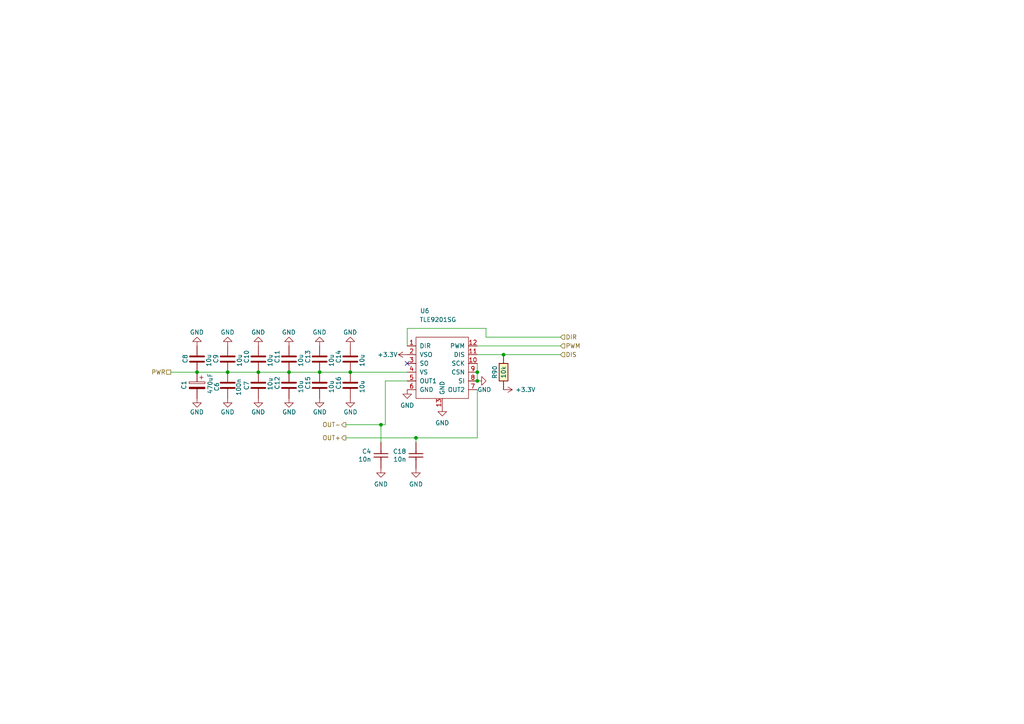
<source format=kicad_sch>
(kicad_sch (version 20230121) (generator eeschema)
  (paper "A4")
  (lib_symbols
    (symbol "Device:C" (pin_numbers hide) (pin_names (offset 0.254))
      (property "Reference" "C" (at 0.635 2.54 0))
      (property "Value" "C" (at 0.635 -2.54 0))
      (symbol "C_0_1"
        (polyline (pts (xy -2.032 -0.762) (xy 2.032 -0.762)) (stroke (width 0.508)))
        (polyline (pts (xy -2.032 0.762) (xy 2.032 0.762)) (stroke (width 0.508)))
      )
      (symbol "C_1_1"
        (pin passive line (at 0 3.81 270) (length 2.794) (name "~") (number "1"))
        (pin passive line (at 0 -3.81 90) (length 2.794) (name "~") (number "2"))
      )
    )
    (symbol "Device:C_Polarized" (pin_numbers hide) (pin_names (offset 0.254))
      (property "Reference" "C" (at 0.635 2.54 0))
      (property "Value" "C_Polarized" (at 0.635 -2.54 0))
      (symbol "C_Polarized_0_1"
        (rectangle (start -2.286 0.508) (end 2.286 1.016))
        (polyline (pts (xy -1.778 2.286) (xy -0.762 2.286)))
        (polyline (pts (xy -1.27 2.794) (xy -1.27 1.778)))
        (rectangle (start 2.286 -0.508) (end -2.286 -1.016) (fill (type outline)))
      )
      (symbol "C_Polarized_1_1"
        (pin passive line (at 0 3.81 270) (length 2.794) (name "~") (number "1"))
        (pin passive line (at 0 -3.81 90) (length 2.794) (name "~") (number "2"))
      )
    )
    (symbol "hellen-one-common:Cap" (pin_numbers hide)
      (property "Reference" "C" (at -3.81 2.54 0))
      (property "Value" "Cap" (at -2.54 -1.27 0))
      (symbol "Cap_1_0"
        (polyline (pts (xy -1.27 0) (xy -0.508 0)) (stroke (width 0.254)))
        (polyline (pts (xy -0.508 -2.032) (xy -0.508 2.032)) (stroke (width 0.254)))
        (polyline (pts (xy 0.508 2.032) (xy 0.508 -2.032)) (stroke (width 0.254)))
        (polyline (pts (xy 1.27 0) (xy 0.508 0)) (stroke (width 0.254)))
        (pin passive line (at -3.81 0 0) (length 2.54) (name "") (number "1"))
        (pin passive line (at 3.81 0 180) (length 2.54) (name "") (number "2"))
      )
    )
    (symbol "hellen-one-common:Res" (pin_numbers hide)
      (property "Reference" "R" (at 3.81 2.54 0))
      (property "Value" "Res" (at 5.08 -2.54 0))
      (symbol "Res_1_0"
        (rectangle (start 2.54 -1.27) (end 7.62 1.27) (stroke (width 0.254)) (fill (type background)))
        (pin passive line (at 0 0 0) (length 2.54) (name "") (number "1"))
        (pin passive line (at 10.16 0 180) (length 2.54) (name "") (number "2"))
      )
    )
    (symbol "power:+3.3V" (power) (pin_names (offset 0))
      (property "Value" "+3.3V" (at 0 3.556 0))
      (symbol "+3.3V_0_1"
        (polyline (pts (xy -0.762 1.27) (xy 0 2.54)))
        (polyline (pts (xy 0 0) (xy 0 2.54)))
        (polyline (pts (xy 0 2.54) (xy 0.762 1.27)))
      )
      (symbol "+3.3V_1_1"
        (pin power_in line (at 0 0 90) (length 0) hide (name "+3.3V") (number "1"))
      )
    )
    (symbol "power:GND" (power) (pin_names (offset 0))
      (property "Value" "GND" (at 0 -3.81 0))
      (symbol "GND_0_1"
        (polyline (pts (xy 0 0) (xy 0 -1.27) (xy 1.27 -1.27) (xy 0 -2.54) (xy -1.27 -1.27) (xy 0 -1.27)))
      )
      (symbol "GND_1_1"
        (pin power_in line (at 0 0 270) (length 0) hide (name "GND") (number "1"))
      )
    )
    (symbol "rusefi_tle9201:TLE9201SG" (pin_names (offset 1.016))
      (property "Reference" "U" (at 3.81 5.08 0))
      (property "Value" "TLE9201SG" (at 2.54 1.27 0))
      (symbol "TLE9201SG_0_1"
        (rectangle (start -2.54 -1.27) (end 12.7 -19.05))
      )
      (symbol "TLE9201SG_1_1"
        (pin passive line (at -5.08 -3.81 0) (length 2.54) (name "DIR") (number "1"))
        (pin passive line (at 15.24 -8.89 180) (length 2.54) (name "SCK") (number "10"))
        (pin passive line (at 15.24 -6.35 180) (length 2.54) (name "DIS") (number "11"))
        (pin passive line (at 15.24 -3.81 180) (length 2.54) (name "PWM") (number "12"))
        (pin passive line (at 5.08 -21.59 90) (length 2.54) (name "GND") (number "13"))
        (pin passive line (at -5.08 -6.35 0) (length 2.54) (name "VSO") (number "2"))
        (pin passive line (at -5.08 -8.89 0) (length 2.54) (name "SO") (number "3"))
        (pin passive line (at -5.08 -11.43 0) (length 2.54) (name "VS") (number "4"))
        (pin passive line (at -5.08 -13.97 0) (length 2.54) (name "OUT1") (number "5"))
        (pin passive line (at -5.08 -16.51 0) (length 2.54) (name "GND") (number "6"))
        (pin passive line (at 15.24 -16.51 180) (length 2.54) (name "OUT2") (number "7"))
        (pin passive line (at 15.24 -13.97 180) (length 2.54) (name "SI") (number "8"))
        (pin passive line (at 15.24 -11.43 180) (length 2.54) (name "CSN") (number "9"))
      )
    )
  )
  (junction (at 57.15 107.95))
  (junction (at 66.04 107.95))
  (junction (at 83.82 107.95))
  (junction (at 92.71 107.95))
  (junction (at 138.43 110.49))
  (junction (at 138.43 107.95))
  (junction (at 146.05 102.87))
  (junction (at 74.93 107.95))
  (junction (at 101.6 107.95))
  (junction (at 110.49 123.19))
  (junction (at 120.65 127))
  (no_connect (at 118.11 105.41))
  (wire (pts (xy 120.65 127) (xy 138.43 127)))
  (wire (pts (xy 138.43 107.95) (xy 138.43 110.49)))
  (wire (pts (xy 138.43 105.41) (xy 138.43 107.95)))
  (wire (pts (xy 146.05 102.87) (xy 162.56 102.87)))
  (wire (pts (xy 138.43 102.87) (xy 146.05 102.87)))
  (wire (pts (xy 83.82 107.95) (xy 92.71 107.95)))
  (wire (pts (xy 49.53 107.95) (xy 57.15 107.95)))
  (wire (pts (xy 92.71 107.95) (xy 101.6 107.95)))
  (wire (pts (xy 74.93 107.95) (xy 83.82 107.95)))
  (wire (pts (xy 118.11 110.49) (xy 111.76 110.49)))
  (wire (pts (xy 138.43 100.33) (xy 162.56 100.33)))
  (wire (pts (xy 101.6 107.95) (xy 118.11 107.95)))
  (wire (pts (xy 118.11 100.33) (xy 118.11 95.25)))
  (wire (pts (xy 110.49 123.19) (xy 110.49 128.27)))
  (wire (pts (xy 120.65 127) (xy 120.65 128.27)))
  (wire (pts (xy 100.33 127) (xy 120.65 127)))
  (wire (pts (xy 111.76 123.19) (xy 110.49 123.19)))
  (wire (pts (xy 66.04 107.95) (xy 74.93 107.95)))
  (wire (pts (xy 140.97 97.79) (xy 162.56 97.79)))
  (wire (pts (xy 138.43 127) (xy 138.43 113.03)))
  (wire (pts (xy 111.76 110.49) (xy 111.76 123.19)))
  (wire (pts (xy 57.15 107.95) (xy 66.04 107.95)))
  (wire (pts (xy 140.97 95.25) (xy 140.97 97.79)))
  (wire (pts (xy 110.49 123.19) (xy 100.33 123.19)))
  (wire (pts (xy 118.11 95.25) (xy 140.97 95.25)))
  (hierarchical_label "OUT-" (shape output) (at 100.33 123.19 180))
  (hierarchical_label "DIS" (shape input) (at 162.56 102.87 0))
  (hierarchical_label "DIR" (shape input) (at 162.56 97.79 0))
  (hierarchical_label "PWM" (shape input) (at 162.56 100.33 0))
  (hierarchical_label "PWR" (shape passive) (at 49.53 107.95 180))
  (hierarchical_label "OUT+" (shape output) (at 100.33 127 180))
  (symbol (lib_id "Device:C") (at 74.93 111.76 0) (unit 1)
    (property "Reference" "C7" (at 71.5074 110.4901 90) (effects (justify right)))
    (property "Value" "10u" (at 78.3527 109.4741 90) (effects (justify right)))
    (property "Footprint" "hellen-one-common:C0805" (effects hide))
    (property "LCSC" "C15850" (effects hide))
    (instances (project "alphax_4ch" (path "" (reference "C7") (unit 1)) (path "" (reference "C6") (unit 1))))
  )
  (symbol (lib_id "Device:C") (at 92.71 111.76 0) (mirror x) (unit 1)
    (property "Reference" "C15" (at 89.2874 113.0299 90) (effects (justify right)))
    (property "Value" "10u" (at 96.1327 114.0459 90) (effects (justify right)))
    (property "Footprint" "hellen-one-common:C0805" (effects hide))
    (property "LCSC" "C15850" (effects hide))
  )
  (symbol (lib_id "power:GND") (at 74.93 115.57 0) (mirror y) (unit 1)
    (property "Reference" "#PWR0160" (effects hide))
    (property "Value" "GND" (at 74.8792 119.5134 0))
    (instances (project "alphax_4ch" (path "" (reference "#PWR0160") (unit 1)) (path "" (reference "#PWR0110") (unit 1))))
  )
  (symbol (lib_id "power:GND") (at 57.15 100.33 180) (unit 1)
    (property "Reference" "#PWR0158" (effects hide))
    (property "Value" "GND" (at 57.0992 96.3866 0))
    (instances (project "alphax_4ch" (path "" (reference "#PWR0158") (unit 1)) (path "" (reference "#PWR0105") (unit 1))))
  )
  (symbol (lib_id "power:GND") (at 66.04 115.57 0) (mirror y) (unit 1)
    (property "Reference" "#PWR0159" (effects hide))
    (property "Value" "GND" (at 65.9892 119.5134 0))
    (instances (project "alphax_4ch" (path "" (reference "#PWR0159") (unit 1)) (path "" (reference "#PWR0108") (unit 1))))
  )
  (symbol (lib_id "Device:C") (at 83.82 104.14 0) (mirror x) (unit 1)
    (property "Reference" "C11" (at 80.3974 105.4099 90) (effects (justify right)))
    (property "Value" "10u" (at 87.2427 106.4259 90) (effects (justify right)))
    (property "Footprint" "hellen-one-common:C0805" (effects hide))
    (property "LCSC" "C15850" (effects hide))
  )
  (symbol (lib_id "power:GND") (at 83.82 115.57 0) (unit 1)
    (property "Reference" "#PWR0151" (effects hide))
    (property "Value" "GND" (at 83.8708 119.5134 0))
    (instances (project "alphax_4ch" (path "" (reference "#PWR0151") (unit 1)) (path "" (reference "#PWR0114") (unit 1))))
  )
  (symbol (lib_id "power:GND") (at 101.6 115.57 0) (unit 1)
    (property "Reference" "#PWR0150" (effects hide))
    (property "Value" "GND" (at 101.6508 119.5134 0))
    (instances (project "alphax_4ch" (path "" (reference "#PWR0150") (unit 1)) (path "" (reference "#PWR0120") (unit 1))))
  )
  (symbol (lib_id "hellen-one-common:Res") (at 146.05 102.87 270) (unit 1)
    (property "Reference" "R90" (at 143.51 107.95 0))
    (property "Value" "10k" (at 146.05 107.95 0))
    (property "Footprint" "hellen-one-common:R0603" (effects hide))
    (property "LCSC" "C22978" (effects hide))
  )
  (symbol (lib_id "Device:C") (at 92.71 104.14 0) (mirror x) (unit 1)
    (property "Reference" "C13" (at 89.2874 105.4099 90) (effects (justify right)))
    (property "Value" "10u" (at 96.1327 106.4259 90) (effects (justify right)))
    (property "Footprint" "hellen-one-common:C0805" (effects hide))
    (property "LCSC" "C15850" (effects hide))
  )
  (symbol (lib_id "Device:C") (at 101.6 111.76 0) (mirror x) (unit 1)
    (property "Reference" "C16" (at 98.1774 113.0299 90) (effects (justify right)))
    (property "Value" "10u" (at 105.0227 114.0459 90) (effects (justify right)))
    (property "Footprint" "hellen-one-common:C0805" (effects hide))
    (property "LCSC" "C15850" (effects hide))
  )
  (symbol (lib_id "Device:C") (at 83.82 111.76 0) (mirror x) (unit 1)
    (property "Reference" "C12" (at 80.3974 113.0299 90) (effects (justify right)))
    (property "Value" "10u" (at 87.2427 114.0459 90) (effects (justify right)))
    (property "Footprint" "hellen-one-common:C0805" (effects hide))
    (property "LCSC" "C15850" (effects hide))
  )
  (symbol (lib_id "power:GND") (at 92.71 100.33 180) (unit 1)
    (property "Reference" "#PWR0167" (effects hide))
    (property "Value" "GND" (at 92.6592 96.3866 0))
    (instances (project "alphax_4ch" (path "" (reference "#PWR0167") (unit 1)) (path "" (reference "#PWR0115") (unit 1))))
  )
  (symbol (lib_id "Device:C") (at 66.04 111.76 180) (unit 1)
    (property "Reference" "C6" (at 62.8586 113.5379 90) (effects (justify right)))
    (property "Value" "100n" (at 69.2213 114.8079 90) (effects (justify right)))
    (property "Footprint" "hellen-one-common:C0603" (effects hide))
    (property "LCSC" "C14663" (effects hide))
    (instances (project "alphax_4ch" (path "" (reference "C6") (unit 1)) (path "" (reference "C4") (unit 1))))
  )
  (symbol (lib_id "power:GND") (at 118.11 113.03 0) (mirror y) (unit 1)
    (property "Reference" "#PWR0166" (effects hide))
    (property "Value" "GND" (at 118.11 117.5925 0))
    (instances (project "alphax_4ch" (path "" (reference "#PWR0166") (unit 1)) (path "" (reference "#PWR0125") (unit 1))))
  )
  (symbol (lib_id "Device:C") (at 101.6 104.14 0) (mirror x) (unit 1)
    (property "Reference" "C14" (at 98.1774 105.4099 90) (effects (justify right)))
    (property "Value" "10u" (at 105.0227 106.4259 90) (effects (justify right)))
    (property "Footprint" "hellen-one-common:C0805" (effects hide))
    (property "LCSC" "C15850" (effects hide))
  )
  (symbol (lib_id "power:GND") (at 120.65 135.89 0) (mirror y) (unit 1)
    (property "Reference" "#PWR084" (effects hide))
    (property "Value" "GND" (at 120.65 140.4525 0))
    (instances (project "alphax_4ch" (path "" (reference "#PWR084") (unit 1)) (path "" (reference "#PWR0126") (unit 1))))
  )
  (symbol (lib_id "power:GND") (at 66.04 100.33 180) (unit 1)
    (property "Reference" "#PWR0157" (effects hide))
    (property "Value" "GND" (at 65.9892 96.3866 0))
    (instances (project "alphax_4ch" (path "" (reference "#PWR0157") (unit 1)) (path "" (reference "#PWR0107") (unit 1))))
  )
  (symbol (lib_id "Device:C") (at 66.04 104.14 0) (mirror x) (unit 1)
    (property "Reference" "C9" (at 62.6174 105.4099 90) (effects (justify right)))
    (property "Value" "10u" (at 69.4627 106.4259 90) (effects (justify right)))
    (property "Footprint" "hellen-one-common:C0805" (effects hide))
    (property "LCSC" "C15850" (effects hide))
    (instances (project "alphax_4ch" (path "" (reference "C9") (unit 1)) (path "" (reference "C8") (unit 1))))
  )
  (symbol (lib_id "rusefi_tle9201:TLE9201SG") (at 123.19 96.52 0) (unit 1)
    (property "Reference" "U6" (at 123.19 90.17 0))
    (property "Value" "TLE9201SG" (at 127 92.71 0))
    (property "Footprint" "Package_SO:Infineon_PG-DSO-12-11" (effects hide))
    (property "Part #" "TLE9201SG" (effects hide))
    (property "VEND" "DIGI" (effects hide))
    (property "VEND#" "TLE9201SGAUMA1CT-ND" (effects hide))
    (property "Manufacturer" "Infineon " (effects hide))
    (property "LCSC" "C112633" (effects hide))
    (instances (project "alphax_4ch" (path "" (reference "U6") (unit 1)) (path "" (reference "U1") (unit 1))))
  )
  (symbol (lib_id "power:GND") (at 57.15 115.57 0) (mirror y) (unit 1)
    (property "Reference" "#PWR051" (effects hide))
    (property "Value" "GND" (at 57.0992 119.5134 0))
    (instances (project "alphax_4ch" (path "" (reference "#PWR051") (unit 1)) (path "" (reference "#PWR0106") (unit 1))))
  )
  (symbol (lib_id "power:GND") (at 74.93 100.33 180) (unit 1)
    (property "Reference" "#PWR0156" (effects hide))
    (property "Value" "GND" (at 74.8792 96.3866 0))
    (instances (project "alphax_4ch" (path "" (reference "#PWR0156") (unit 1)) (path "" (reference "#PWR0109") (unit 1))))
  )
  (symbol (lib_id "power:GND") (at 101.6 100.33 180) (unit 1)
    (property "Reference" "#PWR0168" (effects hide))
    (property "Value" "GND" (at 101.5492 96.3866 0))
    (instances (project "alphax_4ch" (path "" (reference "#PWR0168") (unit 1)) (path "" (reference "#PWR0119") (unit 1))))
  )
  (symbol (lib_id "Device:C_Polarized") (at 57.15 111.76 0) (mirror y) (unit 1)
    (property "Reference" "C1" (at 53.34 113.03 90) (effects (justify left)))
    (property "Value" "470uF" (at 60.96 114.3 90) (effects (justify left)))
    (property "Footprint" "Capacitor_SMD:CP_Elec_10x10.5" (effects hide))
    (property "LCSC" "C72518" (effects hide))
    (instances (project "alphax_4ch" (path "" (reference "C1") (unit 1)) (path "" (reference "C10") (unit 1))))
  )
  (symbol (lib_id "power:GND") (at 110.49 135.89 0) (mirror y) (unit 1)
    (property "Reference" "#PWR082" (effects hide))
    (property "Value" "GND" (at 110.49 140.4525 0))
    (instances (project "alphax_4ch" (path "" (reference "#PWR082") (unit 1)) (path "" (reference "#PWR0121") (unit 1))))
  )
  (symbol (lib_id "power:GND") (at 83.82 100.33 180) (unit 1)
    (property "Reference" "#PWR0155" (effects hide))
    (property "Value" "GND" (at 83.7692 96.3866 0))
    (instances (project "alphax_4ch" (path "" (reference "#PWR0155") (unit 1)) (path "" (reference "#PWR0113") (unit 1))))
  )
  (symbol (lib_id "Device:C") (at 57.15 104.14 0) (mirror x) (unit 1)
    (property "Reference" "C8" (at 53.7274 105.4099 90) (effects (justify right)))
    (property "Value" "10u" (at 60.5727 106.4259 90) (effects (justify right)))
    (property "Footprint" "hellen-one-common:C0805" (effects hide))
    (property "LCSC" "C15850" (effects hide))
    (instances (project "alphax_4ch" (path "" (reference "C8") (unit 1)) (path "" (reference "C7") (unit 1))))
  )
  (symbol (lib_id "power:+3.3V") (at 118.11 102.87 90) (unit 1)
    (property "Reference" "#PWR0154" (effects hide))
    (property "Value" "+3.3V" (at 112.395 102.87 90))
    (instances (project "alphax_4ch" (path "" (reference "#PWR0154") (unit 1)) (path "" (reference "#PWR0123") (unit 1))))
  )
  (symbol (lib_id "power:GND") (at 128.27 118.11 0) (mirror y) (unit 1)
    (property "Reference" "#PWR0164" (effects hide))
    (property "Value" "GND" (at 128.27 122.6725 0))
    (instances (project "alphax_4ch" (path "" (reference "#PWR0164") (unit 1)) (path "" (reference "#PWR0127") (unit 1))))
  )
  (symbol (lib_id "power:+3.3V") (at 146.05 113.03 270) (unit 1)
    (property "Reference" "#PWR0162" (effects hide))
    (property "Value" "+3.3V" (at 152.4 113.03 90))
    (instances (project "alphax_4ch" (path "" (reference "#PWR0162") (unit 1)) (path "" (reference "#PWR0129") (unit 1))))
  )
  (symbol (lib_id "power:GND") (at 92.71 115.57 0) (unit 1)
    (property "Reference" "#PWR0152" (effects hide))
    (property "Value" "GND" (at 92.7608 119.5134 0))
    (instances (project "alphax_4ch" (path "" (reference "#PWR0152") (unit 1)) (path "" (reference "#PWR0118") (unit 1))))
  )
  (symbol (lib_id "Device:C") (at 74.93 104.14 0) (mirror x) (unit 1)
    (property "Reference" "C10" (at 71.5074 105.4099 90) (effects (justify right)))
    (property "Value" "10u" (at 78.3527 106.4259 90) (effects (justify right)))
    (property "Footprint" "hellen-one-common:C0805" (effects hide))
    (property "LCSC" "C15850" (effects hide))
    (instances (project "alphax_4ch" (path "" (reference "C10") (unit 1)) (path "" (reference "C9") (unit 1))))
  )
  (symbol (lib_id "hellen-one-common:Cap") (at 110.49 132.08 270) (mirror x) (unit 1)
    (property "Reference" "C4" (at 107.6959 130.9306 90) (effects (justify right)))
    (property "Value" "10n" (at 107.6959 133.2293 90) (effects (justify right)))
    (property "Footprint" "hellen-one-common:C0603" (effects hide))
    (property "LCSC" "C57112" (effects hide))
    (instances (project "alphax_4ch" (path "" (reference "C4") (unit 1)) (path "" (reference "C1") (unit 1))))
  )
  (symbol (lib_id "power:GND") (at 138.43 110.49 90) (mirror x) (unit 1)
    (property "Reference" "#PWR0163" (effects hide))
    (property "Value" "GND" (at 138.43 113.03 90) (effects (justify right)))
    (instances (project "alphax_4ch" (path "" (reference "#PWR0163") (unit 1)) (path "" (reference "#PWR0128") (unit 1))))
  )
  (symbol (lib_id "hellen-one-common:Cap") (at 120.65 132.08 270) (mirror x) (unit 1)
    (property "Reference" "C18" (at 117.8559 130.9306 90) (effects (justify right)))
    (property "Value" "10n" (at 117.8559 133.2293 90) (effects (justify right)))
    (property "Footprint" "hellen-one-common:C0603" (effects hide))
    (property "LCSC" "C57112" (effects hide))
    (instances (project "alphax_4ch" (path "" (reference "C18") (unit 1)) (path "" (reference "C3") (unit 1))))
  )
)
</source>
